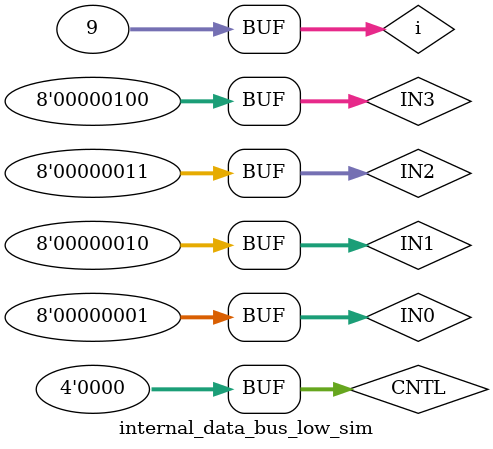
<source format=v>
`timescale 1ns / 1ps


module internal_data_bus_low_sim(

    );
    reg [7:0] IN0,IN1,IN2,IN3;
    reg [3:0] CNTL;
    wire[7:0] OUT;
    
    integer i;
    
    internal_address_bus_low DUT(.CNTL(CNTL), 
    .IN0(IN0), .IN1(IN1), .IN2(IN2), .IN3(IN3), .OUT(OUT));
    
    initial
    begin
        CNTL = 0;
        IN0 = 1;
        IN1 = 2;
        IN2 = 3;
        IN3 = 4;
        
        for (i = 0; i < 9; i = i+1)
        begin
            #1 CNTL = (i % 2) * (2**(i/2));
        end
    end   
endmodule

</source>
